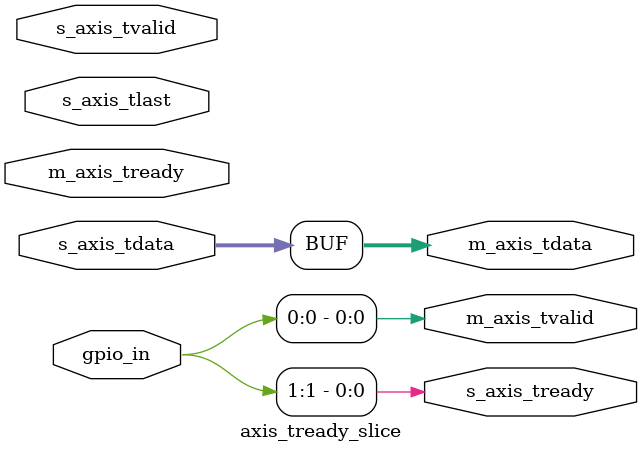
<source format=v>
`timescale 1ns / 1ps


module axis_tready_slice(
    input wire s_axis_tvalid,
    output wire s_axis_tready,
    input wire [255:0] s_axis_tdata,
    input wire s_axis_tlast,
    
    
    input wire [2:0] gpio_in,
    //input wire ext_trigger,
    
    
    output wire [255:0] m_axis_tdata,
    output wire m_axis_tvalid,
    input wire m_axis_tready    
    );
    
    assign m_axis_tvalid = gpio_in[0];
    assign s_axis_tready = gpio_in[1];
    assign m_axis_tdata = s_axis_tdata;
    
    
endmodule

</source>
